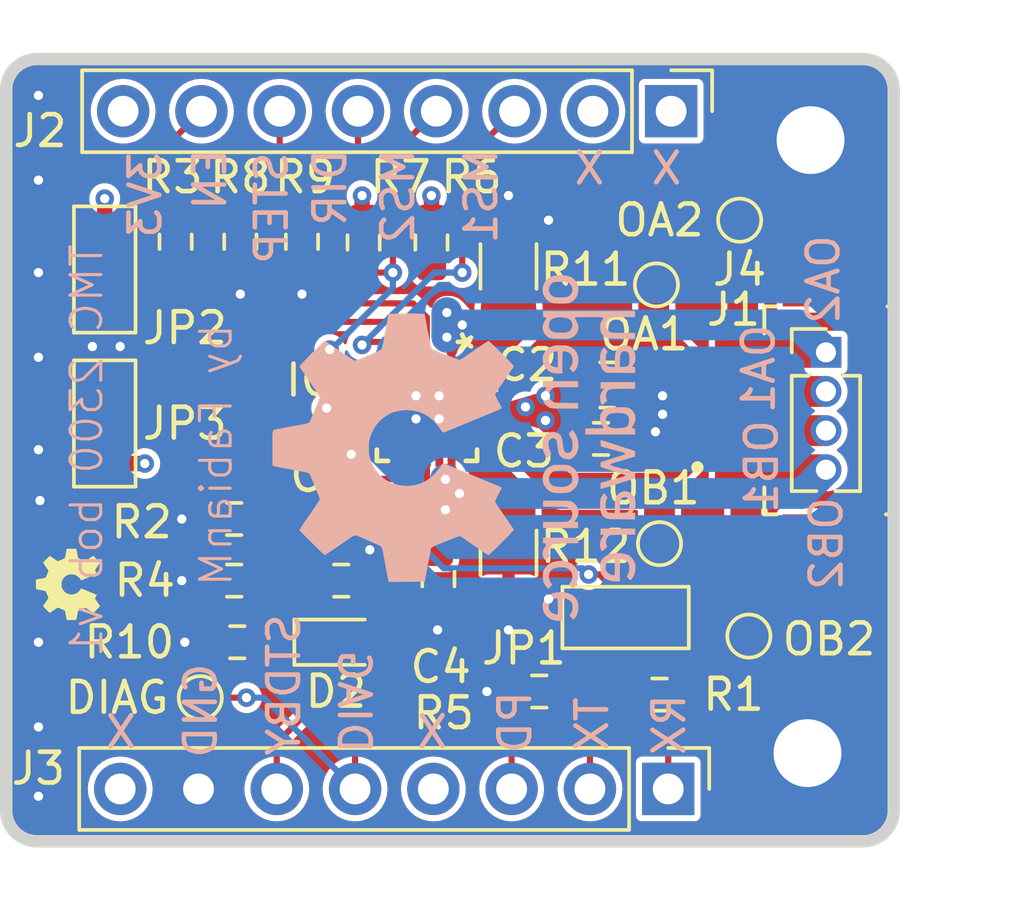
<source format=kicad_pcb>
(kicad_pcb (version 20221018) (generator pcbnew)
  (layers (0 "F.Cu" signal) (1 "In1.Cu" signal) (2 "In2.Cu" signal) (31 "B.Cu" signal) (34 "B.Paste" user) (35 "F.Paste" user) (36 "B.SilkS" user "B.Silkscreen") (37 "F.SilkS" user "F.Silkscreen") (38 "B.Mask" user) (39 "F.Mask" user) (44 "Edge.Cuts" user))
  (net 0 "")
  (net 1 "/STDBY")
  (net 2 "GND")
  (net 3 "+3.3V")
  (net 4 "Net-(IC1-1,8Vout)")
  (net 5 "Net-(D1-K)")
  (net 6 "Net-(D2-K)")
  (net 7 "/DIAG")
  (net 8 "/OA2")
  (net 9 "/OA1")
  (net 10 "/OB1")
  (net 11 "/OB2")
  (net 14 "/MS1\\AD0")
  (net 15 "/MS2\\AD1")
  (net 16 "/DIR")
  (net 17 "/STEP")
  (net 18 "/EN")
  (net 19 "/MODE")
  (net 20 "/PD{slash}UART")
  (net 21 "/SENS B")
  (net 25 "/SENS A")
  (net 26 "/RX")
  (net 27 "/TX")
  (net 28 "/PD")
  (net 29 "Net-(JP2-C)")
  (footprint "Resistor_SMD:R_0603_1608Metric" (layer "F.Cu") (at 157.6475 100.037258)
    (fp_text reference "R1" (at 2.4 0) (layer "F.SilkS"))
    (fp_text value "100k")
    (pad "1" smd roundrect (at -0.825 0) (size 0.8 0.95) (layers "F.Cu" "F.Paste" "F.Mask") (net 27 "/TX"))
    (pad "2" smd roundrect (at 0.825 0) (size 0.8 0.95) (layers "F.Cu" "F.Paste" "F.Mask") (net 26 "/RX"))
  )
  (footprint "TestPoint:TestPoint_Pad_D1.0mm" (layer "F.Cu") (at 160.5475 98.137258)
    (fp_text reference "OB2" (at 2.6 0.1) (layer "F.SilkS"))
    (fp_text value "TestPoint")
    (pad "1" smd circle (at 0 0) (size 1 1) (layers "F.Cu" "F.Mask") (net 11 "/OB2"))
  )
  (footprint "LED_SMD:LED_0603_1608Metric" (layer "F.Cu") (at 147.285 98.337258)
    (fp_text reference "D2" (at -0.1375 1.6) (layer "F.SilkS"))
    (fp_text value "white/0603")
    (pad "1" smd roundrect (at -0.7875 0) (size 0.875 0.95) (layers "F.Cu" "F.Paste" "F.Mask") (net 6 "Net-(D2-K)"))
    (pad "2" smd roundrect (at 0.7875 0) (size 0.875 0.95) (layers "F.Cu" "F.Paste" "F.Mask") (net 7 "/DIAG"))
  )
  (footprint "MountingHole:MountingHole_2.2mm_M2_DIN965_Pad" (layer "F.Cu") (at 162.4475 101.937258)
    (fp_text reference "H2" hide)
    (fp_text value "MountingHole_Pad")
    (pad "1" thru_hole circle (at 0 0) (size 3.8 3.8) (drill 2.2) (layers "*.Cu" "*.Mask") (net 2 "GND"))
  )
  (footprint "Resistor_SMD:R_0603_1608Metric" (layer "F.Cu") (at 143.8475 94.337258)
    (fp_text reference "R2" (at -3 0.1) (layer "F.SilkS"))
    (fp_text value "100k")
    (pad "1" smd roundrect (at -0.825 0) (size 0.8 0.95) (layers "F.Cu" "F.Paste" "F.Mask") (net 2 "GND"))
    (pad "2" smd roundrect (at 0.825 0) (size 0.8 0.95) (layers "F.Cu" "F.Paste" "F.Mask") (net 1 "/STDBY"))
  )
  (footprint "MountingHole:MountingHole_2.2mm_M2_DIN965_Pad" (layer "F.Cu") (at 162.5475 82.037258)
    (fp_text reference "H1" hide)
    (fp_text value "MountingHole_Pad")
    (pad "1" thru_hole circle (at 0 0) (size 3.8 3.8) (drill 2.2) (layers "*.Cu" "*.Mask") (net 2 "GND"))
  )
  (footprint "footprints:QFN20_3x3_TRI" (layer "F.Cu") (at 150.1026 90.824999 -90)
    (fp_text reference "IC1" (at -0.987741 3.3551 unlocked) (layer "F.SilkS"))
    (fp_text value "TMC2300")
    (fp_text user "*" (at -2.237741 -1.5449 90) (layer "F.SilkS"))
    (fp_text user "*" (at -1.787741 -1.7449 -90 unlocked) (layer "F.SilkS"))
    (pad "1" smd rect (at -1.4224 -0.800001) (size 0.254 0.762) (layers "F.Cu" "F.Paste" "F.Mask") (net 8 "/OA2"))
    (pad "2" smd rect (at -1.4224 -0.399999) (size 0.254 0.762) (layers "F.Cu" "F.Paste" "F.Mask"))
    (pad "3" smd rect (at -1.4224 0) (size 0.254 0.762) (layers "F.Cu" "F.Paste" "F.Mask") (net 16 "/DIR"))
    (pad "4" smd rect (at -1.4224 0.399999) (size 0.254 0.762) (layers "F.Cu" "F.Paste" "F.Mask") (net 17 "/STEP"))
    (pad "5" smd rect (at -1.4224 0.800001) (size 0.254 0.762) (layers "F.Cu" "F.Paste" "F.Mask") (net 14 "/MS1\\AD0"))
    (pad "6" smd rect (at -0.800001 1.4224 270) (size 0.254 0.762) (layers "F.Cu" "F.Paste" "F.Mask") (net 15 "/MS2\\AD1"))
    (pad "7" smd rect (at -0.399999 1.4224 270) (size 0.254 0.762) (layers "F.Cu" "F.Paste" "F.Mask") (net 18 "/EN"))
    (pad "8" smd rect (at 0 1.4224 270) (size 0.254 0.762) (layers "F.Cu" "F.Paste" "F.Mask") (net 3 "+3.3V"))
    (pad "9" smd rect (at 0.399999 1.4224 270) (size 0.254 0.762) (layers "F.Cu" "F.Paste" "F.Mask") (net 19 "/MODE"))
    (pad "10" smd rect (at 0.800001 1.4224 270) (size 0.254 0.762) (layers "F.Cu" "F.Paste" "F.Mask") (net 20 "/PD{slash}UART"))
    (pad "11" smd rect (at 1.4224 0.800001) (size 0.254 0.762) (layers "F.Cu" "F.Paste" "F.Mask") (net 1 "/STDBY"))
    (pad "12" smd rect (at 1.4224 0.399999) (size 0.254 0.762) (layers "F.Cu" "F.Paste" "F.Mask") (net 7 "/DIAG"))
    (pad "13" smd rect (at 1.4224 0) (size 0.254 0.762) (layers "F.Cu" "F.Paste" "F.Mask") (net 4 "Net-(IC1-1,8Vout)"))
    (pad "14" smd rect (at 1.4224 -0.399999) (size 0.254 0.762) (layers "F.Cu" "F.Paste" "F.Mask") (net 2 "GND"))
    (pad "15" smd rect (at 1.4224 -0.800001) (size 0.254 0.762) (layers "F.Cu" "F.Paste" "F.Mask") (net 11 "/OB2"))
    (pad "16" smd rect (at 0.800001 -1.4224 270) (size 0.254 0.762) (layers "F.Cu" "F.Paste" "F.Mask") (net 21 "/SENS B"))
    (pad "17" smd rect (at 0.399999 -1.4224 270) (size 0.254 0.762) (layers "F.Cu" "F.Paste" "F.Mask") (net 10 "/OB1"))
    (pad "18" smd rect (at 0 -1.4224 270) (size 0.254 0.762) (layers "F.Cu" "F.Paste" "F.Mask") (net 3 "+3.3V"))
    (pad "19" smd rect (at -0.399999 -1.4224 270) (size 0.254 0.762) (layers "F.Cu" "F.Paste" "F.Mask") (net 9 "/OA1"))
    (pad "20" smd rect (at -0.800001 -1.4224 270) (size 0.254 0.762) (layers "F.Cu" "F.Paste" "F.Mask") (net 25 "/SENS A"))
    (pad "21" smd rect (at 0 0 270) (size 1.7018 1.7018) (layers "F.Cu" "F.Paste" "F.Mask") (net 2 "GND"))
  )
  (footprint "Resistor_SMD:R_0603_1608Metric" (layer "F.Cu") (at 141.9475 85.337258 -90)
    (fp_text reference "R3" (at -2.1 0.1) (layer "F.SilkS"))
    (fp_text value "100k")
    (pad "1" smd roundrect (at -0.825 0 270) (size 0.8 0.95) (layers "F.Cu" "F.Paste" "F.Mask") (net 18 "/EN"))
    (pad "2" smd roundrect (at 0.825 0 270) (size 0.8 0.95) (layers "F.Cu" "F.Paste" "F.Mask") (net 29 "Net-(JP2-C)"))
  )
  (footprint "Resistor_SMD:R_1206_3216Metric" (layer "F.Cu") (at 152.7475 86.137258 90)
    (fp_text reference "R11" (at -0.1 2.5 180) (layer "F.SilkS"))
    (fp_text value "220")
    (pad "1" smd roundrect (at -1.4625 0 90) (size 1.125 1.75) (layers "F.Cu" "F.Paste" "F.Mask") (roundrect_rratio 0.2222222222) (net 25 "/SENS A"))
    (pad "2" smd roundrect (at 1.4625 0 90) (size 1.125 1.75) (layers "F.Cu" "F.Paste" "F.Mask") (roundrect_rratio 0.2222222222) (net 2 "GND"))
  )
  (footprint "Jumper:SolderJumper-3_P1.3mm_Open_Pad1.0x1.5mm_NumberLabels" (layer "F.Cu") (at 139.6475 91.237258 -90)
    (fp_text reference "JP3" (at 0 -2.6 -180) (layer "F.SilkS"))
    (fp_text value "SolderJumper_3_Open")
    (pad "1" smd rect (at -1.3 0 270) (size 1 1.5) (layers "F.Cu" "F.Mask") (net 2 "GND"))
    (pad "2" smd rect (at 0 0 270) (size 1 1.5) (layers "F.Cu" "F.Mask") (net 19 "/MODE"))
    (pad "3" smd rect (at 1.3 0 270) (size 1 1.5) (layers "F.Cu" "F.Mask") (net 3 "+3.3V"))
  )
  (footprint "Resistor_SMD:R_0603_1608Metric" (layer "F.Cu") (at 153.7475 99.937258)
    (fp_text reference "R5" (at -3.1 0.7 180) (layer "F.SilkS"))
    (fp_text value "100k")
    (pad "1" smd roundrect (at -0.825 0) (size 0.8 0.95) (layers "F.Cu" "F.Paste" "F.Mask") (net 2 "GND"))
    (pad "2" smd roundrect (at 0.825 0) (size 0.8 0.95) (layers "F.Cu" "F.Paste" "F.Mask") (net 28 "/PD"))
  )
  (footprint "LOGO" (layer "F.Cu") (at 138.4475 96.437258 90)
    (fp_text reference "G***" hide)
    (fp_text value "LOGO" hide)
  )
  (footprint "TestPoint:TestPoint_Pad_D1.0mm" (layer "F.Cu") (at 157.6475 95.137258)
    (fp_text reference "OB1" (at -0.2 -1.8) (layer "F.SilkS"))
    (fp_text value "TestPoint")
    (pad "1" smd circle (at 0 0) (size 1 1) (layers "F.Cu" "F.Mask") (net 10 "/OB1"))
  )
  (footprint "Resistor_SMD:R_0603_1608Metric" (layer "F.Cu") (at 146.0475 85.337258 -90)
    (fp_text reference "R9" (at -2.1 -0.1 -180) (layer "F.SilkS"))
    (fp_text value "100k")
    (pad "1" smd roundrect (at -0.825 0 270) (size 0.8 0.95) (layers "F.Cu" "F.Paste" "F.Mask") (net 16 "/DIR"))
    (pad "2" smd roundrect (at 0.825 0 270) (size 0.8 0.95) (layers "F.Cu" "F.Paste" "F.Mask") (net 2 "GND"))
  )
  (footprint "Connector_PinHeader_2.54mm:PinHeader_1x08_P2.54mm_Vertical" (layer "F.Cu") (at 157.93 103.1 -90)
    (fp_text reference "J3" (at -0.662742 20.4325 -180) (layer "F.SilkS"))
    (fp_text value "Conn_01x08_Pin")
    (pad "1" thru_hole rect (at 0 0 270) (size 1.7 1.7) (drill 1) (layers "*.Cu" "*.Mask") (net 26 "/RX"))
    (pad "2" thru_hole oval (at 0 2.54 270) (size 1.7 1.7) (drill 1) (layers "*.Cu" "*.Mask") (net 27 "/TX"))
    (pad "3" thru_hole oval (at 0 5.08 270) (size 1.7 1.7) (drill 1) (layers "*.Cu" "*.Mask") (net 28 "/PD"))
    (pad "4" thru_hole oval (at 0 7.62 270) (size 1.7 1.7) (drill 1) (layers "*.Cu" "*.Mask"))
    (pad "5" thru_hole oval (at 0 10.16 270) (size 1.7 1.7) (drill 1) (layers "*.Cu" "*.Mask") (net 7 "/DIAG"))
    (pad "6" thru_hole oval (at 0 12.7 270) (size 1.7 1.7) (drill 1) (layers "*.Cu" "*.Mask") (net 1 "/STDBY"))
    (pad "7" thru_hole oval (at 0 15.24 270) (size 1.7 1.7) (drill 1) (layers "*.Cu" "*.Mask") (net 2 "GND"))
    (pad "8" thru_hole oval (at 0 17.78 270) (size 1.7 1.7) (drill 1) (layers "*.Cu" "*.Mask"))
  )
  (footprint "Resistor_SMD:R_0603_1608Metric" (layer "F.Cu") (at 143.8475 96.337258)
    (fp_text reference "R4" (at -2.9 0 180) (layer "F.SilkS"))
    (fp_text value "100k")
    (pad "1" smd roundrect (at -0.825 0) (size 0.8 0.95) (layers "F.Cu" "F.Paste" "F.Mask") (net 2 "GND"))
    (pad "2" smd roundrect (at 0.825 0) (size 0.8 0.95) (layers "F.Cu" "F.Paste" "F.Mask") (net 5 "Net-(D1-K)"))
  )
  (footprint "Resistor_SMD:R_0603_1608Metric" (layer "F.Cu") (at 144.0475 85.337258 -90)
    (fp_text reference "R8" (at -2.1 0 -180) (layer "F.SilkS"))
    (fp_text value "100k")
    (pad "1" smd roundrect (at -0.825 0 270) (size 0.8 0.95) (layers "F.Cu" "F.Paste" "F.Mask") (net 17 "/STEP"))
    (pad "2" smd roundrect (at 0.825 0 270) (size 0.8 0.95) (layers "F.Cu" "F.Paste" "F.Mask") (net 2 "GND"))
  )
  (footprint "Resistor_SMD:R_0603_1608Metric" (layer "F.Cu") (at 148.0475 85.362258 90)
    (fp_text reference "R7" (at 2.125 1.2) (layer "F.SilkS"))
    (fp_text value "100k")
    (pad "1" smd roundrect (at -0.825 0 90) (size 0.8 0.95) (layers "F.Cu" "F.Paste" "F.Mask") (net 15 "/MS2\\AD1"))
    (pad "2" smd roundrect (at 0.825 0 90) (size 0.8 0.95) (layers "F.Cu" "F.Paste" "F.Mask") (net 3 "+3.3V"))
  )
  (footprint "Resistor_SMD:R_1206_3216Metric" (layer "F.Cu") (at 152.7475 95.437258 -90)
    (fp_text reference "R12" (at -0.2 -2.5 -180) (layer "F.SilkS"))
    (fp_text value "220")
    (pad "1" smd roundrect (at -1.4625 0 270) (size 1.125 1.75) (layers "F.Cu" "F.Paste" "F.Mask") (roundrect_rratio 0.2222222222) (net 21 "/SENS B"))
    (pad "2" smd roundrect (at 1.4625 0 270) (size 1.125 1.75) (layers "F.Cu" "F.Paste" "F.Mask") (roundrect_rratio 0.2222222222) (net 2 "GND"))
  )
  (footprint "Resistor_SMD:R_0603_1608Metric" (layer "F.Cu") (at 150.4725 96.287258 -90)
    (fp_text reference "C4" (at 2.85 -0.075 -180) (layer "F.SilkS"))
    (fp_text value "100n")
    (pad "1" smd roundrect (at -0.825 0 270) (size 0.8 0.95) (layers "F.Cu" "F.Paste" "F.Mask") (net 4 "Net-(IC1-1,8Vout)"))
    (pad "2" smd roundrect (at 0.825 0 270) (size 0.8 0.95) (layers "F.Cu" "F.Paste" "F.Mask") (net 2 "GND"))
  )
  (footprint "Resistor_SMD:R_0603_1608Metric" (layer "F.Cu") (at 147.3225 96.337258)
    (fp_text reference "D1" (at 2.325 -2.2) (layer "F.SilkS"))
    (fp_text value "0603/LED")
    (pad "1" smd roundrect (at -0.825 0) (size 0.8 0.95) (layers "F.Cu" "F.Paste" "F.Mask") (net 5 "Net-(D1-K)"))
    (pad "2" smd roundrect (at 0.825 0) (size 0.8 0.95) (layers "F.Cu" "F.Paste" "F.Mask") (net 1 "/STDBY"))
  )
  (footprint "Connector_PinHeader_1.27mm:PinHeader_1x04_P1.27mm_Vertical" (layer "F.Cu") (at 163.0475 88.927258)
    (fp_text reference "J1" (at -3 -1.39) (layer "F.SilkS"))
    (fp_text value "Conn_01x04_Pin")
    (pad "1" thru_hole rect (at 0 0) (size 1 1) (drill 0.65) (layers "*.Cu" "*.Mask") (net 8 "/OA2"))
    (pad "2" thru_hole oval (at 0 1.27) (size 1 1) (drill 0.65) (layers "*.Cu" "*.Mask") (net 9 "/OA1"))
    (pad "3" thru_hole oval (at 0 2.54) (size 1 1) (drill 0.65) (layers "*.Cu" "*.Mask") (net 10 "/OB1"))
    (pad "4" thru_hole oval (at 0 3.81) (size 1 1) (drill 0.65) (layers "*.Cu" "*.Mask") (net 11 "/OB2"))
  )
  (footprint "Resistor_SMD:R_0603_1608Metric" (layer "F.Cu") (at 150.2475 85.362258 90)
    (fp_text reference "R6" (at 2.125 1.3) (layer "F.SilkS"))
    (fp_text value "100k")
    (pad "1" smd roundrect (at -0.825 0 90) (size 0.8 0.95) (layers "F.Cu" "F.Paste" "F.Mask") (net 14 "/MS1\\AD0"))
    (pad "2" smd roundrect (at 0.825 0 90) (size 0.8 0.95) (layers "F.Cu" "F.Paste" "F.Mask") (net 3 "+3.3V"))
  )
  (footprint "Jumper:SolderJumper-3_P1.3mm_Open_Pad1.0x1.5mm_NumberLabels" (layer "F.Cu") (at 139.6475 86.237258 -90)
    (fp_text reference "JP2" (at 1.9 -2.6 -180) (layer "F.SilkS"))
    (fp_text value "SolderJumper_3_Open")
    (pad "1" smd rect (at -1.3 0 270) (size 1 1.5) (layers "F.Cu" "F.Mask") (net 3 "+3.3V"))
    (pad "2" smd rect (at 0 0 270) (size 1 1.5) (layers "F.Cu" "F.Mask") (net 29 "Net-(JP2-C)"))
    (pad "3" smd rect (at 1.3 0 270) (size 1 1.5) (layers "F.Cu" "F.Mask") (net 2 "GND"))
  )
  (footprint "Connector_PinHeader_2.54mm:PinHeader_1x08_P2.54mm_Vertical" (layer "F.Cu") (at 158.025 81.1 -90)
    (fp_text reference "J2" (at 0.637258 20.4775 -180) (layer "F.SilkS"))
    (fp_text value "Conn_01x08_Pin")
    (pad "1" thru_hole rect (at 0 0 270) (size 1.7 1.7) (drill 1) (layers "*.Cu" "*.Mask"))
    (pad "2" thru_hole oval (at 0 2.54 270) (size 1.7 1.7) (drill 1) (layers "*.Cu" "*.Mask"))
    (pad "3" thru_hole oval (at 0 5.08 270) (size 1.7 1.7) (drill 1) (layers "*.Cu" "*.Mask") (net 14 "/MS1\\AD0"))
    (pad "4" thru_hole oval (at 0 7.62 270) (size 1.7 1.7) (drill 1) (layers "*.Cu" "*.Mask") (net 15 "/MS2\\AD1"))
    (pad "5" thru_hole oval (at 0 10.16 270) (size 1.7 1.7) (drill 1) (layers "*.Cu" "*.Mask") (net 16 "/DIR"))
    (pad "6" thru_hole oval (at 0 12.7 270) (size 1.7 1.7) (drill 1) (layers "*.Cu" "*.Mask") (net 17 "/STEP"))
    (pad "7" thru_hole oval (at 0 15.24 270) (size 1.7 1.7) (drill 1) (layers "*.Cu" "*.Mask") (net 18 "/EN"))
    (pad "8" thru_hole oval (at 0 17.78 270) (size 1.7 1.7) (drill 1) (layers "*.Cu" "*.Mask") (net 3 "+3.3V"))
  )
  (footprint "Resistor_SMD:R_0603_1608Metric" (layer "F.Cu") (at 147.3225 94.337258)
    (fp_text reference "C1" (at -0.675 -1.4) (layer "F.SilkS"))
    (fp_text value "100n")
    (pad "1" smd roundrect (at -0.825 0) (size 0.8 0.95) (layers "F.Cu" "F.Paste" "F.Mask") (net 1 "/STDBY"))
    (pad "2" smd roundrect (at 0.825 0) (size 0.8 0.95) (layers "F.Cu" "F.Paste" "F.Mask") (net 2 "GND"))
  )
  (footprint "TestPoint:TestPoint_Pad_D1.0mm" (layer "F.Cu") (at 160.2475 84.637258)
    (fp_text reference "OA2" (at -2.6 0) (layer "F.SilkS"))
    (fp_text value "TestPoint")
    (pad "1" smd circle (at 0 0) (size 1 1) (layers "F.Cu" "F.Mask") (net 8 "/OA2"))
  )
  (footprint "Jumper:SolderJumper-3_P1.3mm_Open_Pad1.0x1.5mm_NumberLabels" (layer "F.Cu") (at 156.5475 97.537258)
    (fp_text reference "JP1" (at -3.3 1) (layer "F.SilkS"))
    (fp_text value "SolderJumper_3_Open")
    (pad "1" smd rect (at -1.3 0) (size 1 1.5) (layers "F.Cu" "F.Mask") (net 28 "/PD"))
    (pad "2" smd rect (at 0 0) (size 1 1.5) (layers "F.Cu" "F.Mask") (net 20 "/PD{slash}UART"))
    (pad "3" smd rect (at 1.3 0) (size 1 1.5) (layers "F.Cu" "F.Mask") (net 26 "/RX"))
  )
  (footprint "TestPoint:TestPoint_Pad_D1.0mm" (layer "F.Cu") (at 142.7475 100.137258)
    (fp_text reference "DIAG" (at -2.7 0) (layer "F.SilkS"))
    (fp_text value "TestPoint")
    (pad "1" smd circle (at 0 0) (size 1 1) (layers "F.Cu" "F.Mask") (net 7 "/DIAG"))
  )
  (footprint "connector:MOLEX_53261-0471" (layer "F.Cu") (at 160.2475 90.812258 90)
    (fp_text reference "J4" (at 4.575 0 180) (layer "F.SilkS") (effects (font (size 1.001472 1.001472))))
    (fp_text value "53261-0471")
    (pad "1" smd rect (at -1.875 0) (size 1.6 0.8) (layers "F.Cu" "F.Paste" "F.Mask") (net 11 "/OB2"))
    (pad "2" smd rect (at -0.625 0 180) (size 1.6 0.8) (layers "F.Cu" "F.Paste" "F.Mask") (net 10 "/OB1"))
    (pad "3" smd rect (at 0.625 0) (size 1.6 0.8) (layers "F.Cu" "F.Paste" "F.Mask") (net 9 "/OA1"))
    (pad "4" smd rect (at 1.875 0) (size 1.6 0.8) (layers "F.Cu" "F.Paste" "F.Mask") (net 8 "/OA2"))
    (pad "SH1" smd rect (at -4.425 2.9 180) (size 3 2.1) (layers "F.Cu" "F.Paste" "F.Mask") (net 2 "GND"))
    (pad "SH2" smd rect (at 4.425 2.9 180) (size 3 2.1) (layers "F.Cu" "F.Paste" "F.Mask") (net 2 "GND"))
  )
  (footprint "Resistor_SMD:R_0805_2012Metric" (layer "F.Cu") (at 155.9475 89.987258)
    (fp_text reference "C2" (at -2.6 -0.65) (layer "F.SilkS"))
    (fp_text value "10u")
    (pad "1" smd roundrect (at -0.9125 0) (size 1.025 1.4) (layers "F.Cu" "F.Paste" "F.Mask") (roundrect_rratio 0.243902439) (net 3 "+3.3V"))
    (pad "2" smd roundrect (at 0.9125 0) (size 1.025 1.4) (layers "F.Cu" "F.Paste" "F.Mask") (roundrect_rratio 0.243902439) (net 2 "GND"))
  )
  (footprint "Resistor_SMD:R_0603_1608Metric" (layer "F.Cu") (at 155.7475 91.737258)
    (fp_text reference "C3" (at -2.5 0.4) (layer "F.SilkS"))
    (fp_text value "100n")
    (pad "1" smd roundrect (at -0.825 0) (size 0.8 0.95) (layers "F.Cu" "F.Paste" "F.Mask") (net 3 "+3.3V"))
    (pad "2" smd roundrect (at 0.825 0) (size 0.8 0.95) (layers "F.Cu" "F.Paste" "F.Mask") (net 2 "GND"))
  )
  (footprint "TestPoint:TestPoint_Pad_D1.0mm" (layer "F.Cu") (at 157.5475 86.737258)
    (fp_text reference "OA1" (at -0.4 1.6) (layer "F.SilkS"))
    (fp_text value "TestPoint")
    (pad "1" smd circle (at 0 0) (size 1 1) (layers "F.Cu" "F.Mask") (net 9 "/OA1"))
  )
  (footprint "Resistor_SMD:R_0603_1608Metric" (layer "F.Cu") (at 143.9475 98.337258 180)
    (fp_text reference "R10" (at 3.5 0) (layer "F.SilkS"))
    (fp_text value "220")
    (pad "1" smd roundrect (at -0.825 0 180) (size 0.8 0.95) (layers "F.Cu" "F.Paste" "F.Mask") (net 6 "Net-(D2-K)"))
    (pad "2" smd roundrect (at 0.825 0 180) (size 0.8 0.95) (layers "F.Cu" "F.Paste" "F.Mask") (net 2 "GND"))
  )
  (footprint "LOGO" (layer "B.Cu") (at 150.9475 92.337258 -90)
    (fp_text reference "G***" hide)
    (fp_text value "LOGO" hide)
  )
  (gr_arc (start 137.45 104.8) (mid 136.742893 104.507107) (end 136.45 103.8) (stroke (width 0.4)) (layer "Edge.Cuts"))
  (gr_arc (start 164.2475 79.405) (mid 164.954607 79.697893) (end 165.2475 80.405) (stroke (width 0.4)) (layer "Edge.Cuts"))
  (gr_arc (start 165.2475 103.8) (mid 164.954607 104.507107) (end 164.2475 104.8) (stroke (width 0.4)) (layer "Edge.Cuts"))
  (gr_line (start 165.2475 103.8) (end 165.2475 80.405) (stroke (width 0.4)) (layer "Edge.Cuts"))
  (gr_line (start 136.45 80.405) (end 136.45 103.8) (stroke (width 0.4)) (layer "Edge.Cuts"))
  (gr_line (start 137.45 104.8) (end 164.2475 104.8) (stroke (width 0.4)) (layer "Edge.Cuts"))
  (gr_line (start 164.2475 79.405) (end 137.45 79.405) (stroke (width 0.4)) (layer "Edge.Cuts"))
  (gr_arc (start 136.45 80.405) (mid 136.742893 79.697893) (end 137.45 79.405) (stroke (width 0.4)) (layer "Edge.Cuts"))
  (gr_text "MS2" (at 149.7475 82.237258 90) (layer "B.SilkS") (effects (font (size 1 1)) (justify left bottom mirror)))
  (gr_text "OA1" (at 161.4475 87.937258 90) (layer "B.SilkS") (effects (font (size 1 1)) (justify left bottom mirror)))
  (gr_text "OB1" (at 161.5475 91.037258 90) (layer "B.SilkS") (effects (font (size 1 1)) (justify left bottom mirror)))
  (gr_text "X" (at 158.4475 83.537258) (layer "B.SilkS") (effects (font (size 1 1)) (justify left bottom mirror)))
  (gr_text "OB2" (at 163.6475 93.537258 90) (layer "B.SilkS") (effects (font (size 1 1)) (justify left bottom mirror)))
  (gr_text "DIR" (at 147.5475 82.237258 90) (layer "B.SilkS") (effects (font (size 1 1)) (justify left bottom mirror)))
  (gr_text "TX" (at 156.0475 100.037258 90) (layer "B.SilkS") (effects (font (size 1 1)) (justify left bottom mirror)))
  (gr_text "RX" (at 158.5475 99.937258 90) (layer "B.SilkS") (effects (font (size 1 1)) (justify left bottom mirror)))
  (gr_text "STDBY" (at 146.0475 97.337258 90) (layer "B.SilkS") (effects (font (size 1 1)) (justify left bottom mirror)))
  (gr_text "X" (at 155.9475 83.537258) (layer "B.SilkS") (effects (font (size 1 1)) (justify left bottom mirror)))
  (gr_text "X" (at 150.8475 101.837258) (layer "B.SilkS") (effects (font (size 1 1)) (justify left bottom mirror)))
  (gr_text "TMC 2300 bob v1" (at 139.6475 85.337258 90) (layer "B.SilkS") (effects (font (size 1 1) (thickness 0.1)) (justify left bottom mirror)))
  (gr_text "EN" (at 143.6475 82.237258 90) (layer "B.SilkS") (effects (font (size 1 1)) (justify left bottom mirror)))
  (gr_text "MS1" (at 152.4475 82.237258 90) (layer "B.SilkS") (effects (font (size 1 1)) (justify left bottom mirror)))
  (gr_text "DIAG" (at 147.1475 102.037258 -90) (layer "B.SilkS") (effects (font (size 1 1)) (justify left bottom mirror)))
  (gr_text "PD" (at 153.5475 99.837258 90) (layer "B.SilkS") (effects (font (size 1 1)) (justify left bottom mirror)))
  (gr_text "X" (at 140.7475 101.837258) (layer "B.SilkS") (effects (font (size 1 1)) (justify left bottom mirror)))
  (gr_text "OA2" (at 163.5475 85.037258 90) (layer "B.SilkS") (effects (font (size 1 1)) (justify left bottom mirror)))
  (gr_text "GND\n" (at 143.3475 98.937258 90) (layer "B.SilkS") (effects (font (size 1 1)) (justify left bottom mirror)))
  (gr_text "by FabianM" (at 143.8475 87.937258 90) (layer "B.SilkS") (effects (font (size 1 1) (thickness 0.1)) (justify left bottom mirror)))
  (gr_text "3V3" (at 141.5475 82.337258 90) (layer "B.SilkS") (effects (font (size 1 1)) (justify left bottom mirror)))
  (gr_text "STEP" (at 145.6475 82.337258 90) (layer "B.SilkS") (effects (font (size 1 1)) (justify left bottom mirror)))
  (segment (start 145.23 101.604758) (end 145.23 103.1) (width 0.2) (layer "F.Cu") (net 1))
  (segment (start 149.2475 93.037258) (end 147.2475 93.037258) (width 0.2) (layer "F.Cu") (net 1))
  (segment (start 147.2475 97.237258) (end 147.2475 99.587258) (width 0.2) (layer "F.Cu") (net 1))
  (segment (start 148.1475 96.137258) (end 148.1475 96.337258) (width 0.2) (layer "F.Cu") (net 1))
  (segment (start 146.4975 94.337258) (end 144.6725 94.337258) (width 0.5) (layer "F.Cu") (net 1))
  (segment (start 148.1475 96.337258) (end 147.2475 97.237258) (width 0.2) (layer "F.Cu") (net 1))
  (segment (start 149.302599 92.247399) (end 149.302599 92.982159) (width 0.2) (layer "F.Cu") (net 1))
  (segment (start 147.2475 99.587258) (end 145.23 101.604758) (width 0.2) (layer "F.Cu") (net 1))
  (segment (start 146.55 94.539758) (end 148.1475 96.137258) (width 0.2) (layer "F.Cu") (net 1))
  (segment (start 146.55 93.734758) (end 146.55 94.539758) (width 0.2) (layer "F.Cu") (net 1))
  (segment (start 149.302599 92.982159) (end 149.2475 93.037258) (width 0.2) (layer "F.Cu") (net 1))
  (segment (start 147.2475 93.037258) (end 146.55 93.734758) (width 0.2) (layer "F.Cu") (net 1))
  (segment (start 150.502599 92.247399) (end 150.502599 91.092357) (width 0.2) (layer "F.Cu") (net 2))
  (segment (start 150.502599 91.092357) (end 150.4975 91.087258) (width 0.2) (layer "F.Cu") (net 2))
  (via (at 144.0475 87.037258) (size 0.6) (drill 0.3) (layers "F.Cu" "B.Cu") (net 2))
  (via (at 154.0475 84.637258) (size 0.6) (drill 0.3) (layers "F.Cu" "B.Cu") (net 2))
  (via (at 137.5475 93.737258) (size 0.6) (drill 0.3) (layers "F.Cu" "B.Cu") (net 2))
  (via (at 152.7475 83.837258) (size 0.6) (drill 0.3) (layers "F.Cu" "B.Cu") (net 2))
  (via (at 157.7475 90.337258) (size 0.6) (drill 0.3) (layers "F.Cu" "B.Cu") (net 2))
  (via (at 149.7475 91.087258) (size 0.6) (drill 0.3) (layers "F.Cu" "B.Cu") (net 2))
  (via (at 152.0475 99.937258) (size 0.6) (drill 0.3) (layers "F.Cu" "B.Cu") (net 2))
  (via (at 137.4975 80.587258) (size 0.6) (drill 0.3) (layers "F.Cu" "B.Cu") (net 2))
  (via (at 137.4975 83.337258) (size 0.6) (drill 0.3) (layers "F.Cu" "B.Cu") (net 2))
  (via (at 142.2475 98.337258) (size 0.6) (drill 0.3) (layers "F.Cu" "B.Cu") (net 2))
  (via (at 157.515746 91.505504) (size 0.6) (drill 0.3) (layers "F.Cu" "B.Cu") (net 2))
  (via (at 157.7475 90.937258) (size 0.6) (drill 0.3) (layers "F.Cu" "B.Cu") (net 2))
  (via (at 154.0475 96.937258) (size 0.6) (drill 0.3) (layers "F.Cu" "B.Cu") (net 2))
  (via (at 152.7475 97.937258) (size 0.6) (drill 0.3) (layers "F.Cu" "B.Cu") (net 2))
  (via (at 142.1475 94.337258) (size 0.6) (drill 0.3) (layers "F.Cu" "B.Cu") (net 2))
  (via (at 146.0475 87.037258) (size 0.6) (drill 0.3) (layers "F.Cu" "B.Cu") (net 2))
  (via (at 140.1475 88.737258) (size 0.6) (drill 0.3) (layers "F.Cu" "B.Cu") (net 2))
  (via (at 150.4475 97.937258) (size 0.6) (drill 0.3) (layers "F.Cu" "B.Cu") (net 2))
  (via (at 137.4975 103.337258) (size 0.6) (drill 0.3) (layers "F.Cu" "B.Cu") (net 2))
  (via (at 137.4975 98.337258) (size 0.6) (drill 0.3) (layers "F.Cu" "B.Cu") (net 2))
  (via (at 149.7475 90.337258) (size 0.6) (drill 0.3) (layers "F.Cu" "B.Cu") (net 2))
  (via (at 148.2475 95.337258) (size 0.6) (drill 0.3) (layers "F.Cu" "B.Cu") (net 2))
  (via (at 137.4975 101.087258) (size 0.6) (drill 0.3) (layers "F.Cu" "B.Cu") (net 2))
  (via (at 137.4975 92.087258) (size 0.6) (drill 0.3) (layers "F.Cu" "B.Cu") (net 2))
  (via (at 142.1475 96.337258) (size 0.6) (drill 0.3) (layers "F.Cu" "B.Cu") (net 2))
  (via (at 137.4975 86.337258) (size 0.6) (drill 0.3) (layers "F.Cu" "B.Cu") (net 2))
  (via (at 139.2475 88.737258) (size 0.6) (drill 0.3) (layers "F.Cu" "B.Cu") (net 2))
  (via (at 137.4975 89.087258) (size 0.6) (drill 0.3) (layers "F.Cu" "B.Cu") (net 2))
  (via (at 150.4975 91.087258) (size 0.6) (drill 0.3) (layers "F.Cu" "B.Cu") (net 2))
  (via (at 150.4975 90.337258) (size 0.6) (drill 0.3) (layers "F.Cu" "B.Cu") (net 2))
  (segment (start 146.8475 90.737258) (end 146.935241 90.824999) (width 0.2) (layer "F.Cu") (net 3))
  (segment (start 146.935241 90.824999) (end 148.6802 90.824999) (width 0.2) (layer "F.Cu") (net 3))
  (segment (start 153.5776 90.8224) (end 153.6 90.8) (width 0.2) (layer "F.Cu") (net 3))
  (segment (start 147.9975 84.712258) (end 147.9975 83.837258) (width 0.5) (layer "F.Cu") (net 3))
  (segment (start 151.522399 90.8224) (end 153.5776 90.8224) (width 0.2) (layer "F.Cu") (net 3))
  (segment (start 139.6475 92.537258) (end 140.9475 92.537258) (width 0.5) (layer "F.Cu") (net 3))
  (segment (start 139.6475 84.937258) (end 139.6475 83.937258) (width 0.5) (layer "F.Cu") (net 3))
  (segment (start 150.2475 84.737258) (end 150.2475 83.837258) (width 0.5) (layer "F.Cu") (net 3))
  (via (at 153.9475 90.337258) (size 0.6) (drill 0.3) (layers "F.Cu" "B.Cu") (net 3))
  (via (at 146.8475 90.737258) (size 0.6) (drill 0.3) (layers "F.Cu" "B.Cu") (net 3))
  (via (at 147.9975 83.837258) (size 0.6) (drill 0.3) (layers "F.Cu" "B.Cu") (net 3))
  (via (at 150.2475 83.837258) (size 0.6) (drill 0.3) (layers "F.Cu" "B.Cu") (net 3))
  (via (at 153.9475 91.137258) (size 0.6) (drill 0.3) (layers "F.Cu" "B.Cu") (net 3))
  (via (at 139.6475 83.937258) (size 0.6) (drill 0.3) (layers "F.Cu" "B.Cu") (net 3))
  (via (at 140.9475 92.537258) (size 0.6) (drill 0.3) (layers "F.Cu" "B.Cu") (net 3))
  (via (at 153.3 90.7) (size 0.6) (drill 0.3) (layers "F.Cu" "B.Cu") (net 3))
  (segment (start 150.1 94.875) (end 150.1 92.225) (width 0.2) (layer "F.Cu") (net 4))
  (segment (start 150.45 95.225) (end 150.1 94.875) (width 0.2) (layer "F.Cu") (net 4))
  (segment (start 144.7475 96.337258) (end 146.4975 96.337258) (width 0.5) (layer "F.Cu") (net 5))
  (segment (start 144.862258 98.337258) (end 144.775 98.25) (width 0.5) (layer "F.Cu") (net 6))
  (segment (start 146.487742 98.337258) (end 144.862258 98.337258) (width 0.5) (layer "F.Cu") (net 6))
  (segment (start 146.575 98.25) (end 146.487742 98.337258) (width 0.5) (layer "F.Cu") (net 6))
  (segment (start 149.7 94.175) (end 149.2 94.675) (width 0.2) (layer "F.Cu") (net 7))
  (segment (start 144.2475 100.137258) (end 142.7475 100.137258) (width 0.2) (layer "F.Cu") (net 7))
  (segment (start 149.7 92.2448) (end 149.7 94.175) (width 0.2) (layer "F.Cu") (net 7))
  (segment (start 147.77 101.855) (end 147.77 103.1) (width 0.2) (layer "F.Cu") (net 7))
  (segment (start 149.2 100.425) (end 147.77 101.855) (width 0.2) (layer "F.Cu") (net 7))
  (segment (start 149.2 96) (end 149.2 98.337258) (width 0.2) (layer "F.Cu") (net 7))
  (segment (start 149.2 98.337258) (end 149.2 100.425) (width 0.2) (layer "F.Cu") (net 7))
  (segment (start 149.2 94.675) (end 149.2 96) (width 0.2) (layer "F.Cu") (net 7))
  (segment (start 148.0725 98.337258) (end 149.2 98.337258) (width 0.2) (layer "F.Cu") (net 7))
  (via (at 144.2475 100.137258) (size 0.6) (drill 0.3) (layers "F.Cu" "B.Cu") (net 7))
  (segment (start 144.807258 100.137258) (end 147.77 103.1) (width 0.2) (layer "B.Cu") (net 7))
  (segment (start 144.2475 100.137258) (end 144.807258 100.137258) (width 0.2) (layer "B.Cu") (net 7))
  (segment (start 163.0475 88.927258) (end 160.3875 88.927258) (width 1) (layer "F.Cu") (net 8))
  (segment (start 160.3475 88.887258) (end 160.3475 84.737258) (width 1) (layer "F.Cu") (net 8))
  (segment (start 160.3875 88.927258) (end 160.3475 88.887258) (width 1) (layer "F.Cu") (net 8))
  (segment (start 160.3475 84.737258) (end 160.2475 84.637258) (width 1) (layer "F.Cu") (net 8))
  (via (at 150.7475 88.437258) (size 0.6) (drill 0.3) (layers "F.Cu" "B.Cu") (net 8))
  (via (at 150.7475 87.637258) (size 0.6) (drill 0.3) (layers "F.Cu" "B.Cu") (net 8))
  (via (at 151.2475 88.037258) (size 0.6) (drill 0.3) (layers "F.Cu" "B.Cu") (net 8))
  (segment (start 162.1575 88.037258) (end 163.0475 88.927258) (width 1) (layer "B.Cu") (net 8))
  (segment (start 150.7475 87.637258) (end 150.7475 88.437258) (width 1) (layer "B.Cu") (net 8))
  (segment (start 151.2475 88.037258) (end 162.1575 88.037258) (width 1) (layer "B.Cu") (net 8))
  (segment (start 158.504607 89.680151) (end 158.504607 89.344365) (width 1) (layer "F.Cu") (net 9))
  (segment (start 154.625 88.3) (end 154.05 88.875) (width 1) (layer "F.Cu") (net 9))
  (segment (start 160.45 90.16) (end 158.984456 90.16) (width 1) (layer "F.Cu") (net 9))
  (segment (start 157.460242 88.3) (end 154.625 88.3) (width 1) (layer "F.Cu") (net 9))
  (segment (start 163.0475 90.197258) (end 160.4075 90.197258) (width 1) (layer "F.Cu") (net 9))
  (segment (start 157.460242 86.824516) (end 157.460242 88.3) (width 1) (layer "F.Cu") (net 9))
  (segment (start 158.984456 90.16) (end 158.504607 89.680151) (width 1) (layer "F.Cu") (net 9))
  (segment (start 158.504607 89.344365) (end 157.460242 88.3) (width 1) (layer "F.Cu") (net 9))
  (segment (start 160.4075 90.197258) (end 160.3475 90.137258) (width 1) (layer "F.Cu") (net 9))
  (segment (start 157.5475 86.737258) (end 157.460242 86.824516) (width 1) (layer "F.Cu") (net 9))
  (segment (start 154.4975 93.337258) (end 153.2475 92.087258) (width 1) (layer "F.Cu") (net 10))
  (segment (start 158.5475 91.837258) (end 158.5475 92.287258) (width 1) (layer "F.Cu") (net 10))
  (segment (start 163.0475 91.467258) (end 160.4275 91.467258) (width 1) (layer "F.Cu") (net 10))
  (segment (start 160.4275 91.467258) (end 160.3475 91.387258) (width 1) (layer "F.Cu") (net 10))
  (segment (start 155.4975 93.337258) (end 154.4975 93.337258) (width 1) (layer "F.Cu") (net 10))
  (segment (start 156.8475 93.337258) (end 155.4975 93.337258) (width 1) (layer "F.Cu") (net 10))
  (segment (start 157.6475 93.487258) (end 157.4975 93.337258) (width 1) (layer "F.Cu") (net 10))
  (segment (start 157.6475 95.137258) (end 157.6475 93.487258) (width 1) (layer "F.Cu") (net 10))
  (segment (start 158.9975 91.387258) (end 158.5475 91.837258) (width 1) (layer "F.Cu") (net 10))
  (segment (start 157.4975 93.337258) (end 156.8475 93.337258) (width 1) (layer "F.Cu") (net 10))
  (segment (start 160.3475 91.387258) (end 158.9975 91.387258) (width 1) (layer "F.Cu") (net 10))
  (segment (start 158.5475 92.287258) (end 157.4975 93.337258) (width 1) (layer "F.Cu") (net 10))
  (segment (start 160.45 92.739758) (end 160.45 97.839758) (width 1) (layer "F.Cu") (net 11))
  (segment (start 163.0475 92.737258) (end 160.4475 92.737258) (width 1) (layer "F.Cu") (net 11))
  (segment (start 160.4475 92.737258) (end 160.3475 92.637258) (width 1) (layer "F.Cu") (net 11))
  (segment (start 160.45 97.839758) (end 160.7475 98.137258) (width 1) (layer "F.Cu") (net 11))
  (segment (start 160.4475 92.737258) (end 160.45 92.739758) (width 1) (layer "F.Cu") (net 11))
  (via (at 150.701473 93.048801) (size 0.6) (drill 0.3) (layers "F.Cu" "B.Cu") (net 11))
  (via (at 150.6995 94.037258) (size 0.6) (drill 0.3) (layers "F.Cu" "B.Cu") (net 11))
  (via (at 151.158629 93.509523) (size 0.6) (drill 0.3) (layers "F.Cu" "B.Cu") (net 11))
  (segment (start 150.701473 93.048801) (end 150.701473 94.035285) (width 1) (layer "B.Cu") (net 11))
  (segment (start 150.701473 94.035285) (end 150.6995 94.037258) (width 1) (layer "B.Cu") (net 11))
  (segment (start 151.158629 93.509523) (end 162.275235 93.509523) (width 1) (layer "B.Cu") (net 11))
  (segment (start 162.275235 93.509523) (end 163.0475 92.737258) (width 1) (layer "B.Cu") (net 11))
  (segment (start 151.2475 86.337258) (end 150.2475 86.337258) (width 0.2) (layer "F.Cu") (net 14))
  (segment (start 149.0975 88.587258) (end 149.299998 88.789756) (width 0.2) (layer "F.Cu") (net 14))
  (segment (start 151.2475 86.337258) (end 151.2475 82.7975) (width 0.2) (layer "F.Cu") (net 14))
  (segment (start 148.097 88.587258) (end 149.0975 88.587258) (width 0.2) (layer "F.Cu") (net 14))
  (segment (start 149.299998 88.789756) (end 149.299998 89.4) (width 0.2) (layer "F.Cu") (net 14))
  (segment (start 147.9975 88.686758) (end 148.097 88.587258) (width 0.2) (layer "F.Cu") (net 14))
  (segment (start 151.2475 82.7975) (end 152.945 81.1) (width 0.2) (layer "F.Cu") (net 14))
  (via (at 147.9975 88.686758) (size 0.6) (drill 0.3) (layers "F.Cu" "B.Cu") (net 14))
  (via (at 151.2475 86.337258) (size 0.6) (drill 0.3) (layers "F.Cu" "B.Cu") (net 14))
  (segment (start 151.2475 86.337258) (end 150.347 86.337258) (width 0.2) (layer "B.Cu") (net 14))
  (segment (start 150.347 86.337258) (end 147.9975 88.686758) (width 0.2) (layer "B.Cu") (net 14))
  (segment (start 148.0225 86.337258) (end 147.9975 86.362258) (width 0.2) (layer "F.Cu") (net 15))
  (segment (start 148.9975 86.337258) (end 148.9975 82.5075) (width 0.2) (layer "F.Cu") (net 15))
  (segment (start 146.9475 88.837258) (end 148.132641 90.022399) (width 0.2) (layer "F.Cu") (net 15))
  (segment (start 148.132641 90.022399) (end 148.677599 90.022399) (width 0.2) (layer "F.Cu") (net 15))
  (segment (start 148.9975 86.337258) (end 148.0225 86.337258) (width 0.2) (layer "F.Cu") (net 15))
  (segment (start 148.9975 82.5075) (end 150.405 81.1) (width 0.2) (layer "F.Cu") (net 15))
  (via (at 148.9975 86.337258) (size 0.6) (drill 0.3) (layers "F.Cu" "B.Cu") (net 15))
  (via (at 146.9475 88.837258) (size 0.6) (drill 0.3) (layers "F.Cu" "B.Cu") (net 15))
  (segment (start 146.998471 88.837258) (end 147.9975 87.838229) (width 0.2) (layer "B.Cu") (net 15))
  (segment (start 148.9975 86.837258) (end 148.9975 86.337258) (width 0.2) (layer "B.Cu") (net 15))
  (segment (start 146.9475 88.837258) (end 146.998471 88.837258) (width 0.2) (layer "B.Cu") (net 15))
  (segment (start 147.9975 87.837258) (end 148.9975 86.837258) (width 0.2) (layer "B.Cu") (net 15))
  (segment (start 147.9975 87.838229) (end 147.9975 87.837258) (width 0.2) (layer "B.Cu") (net 15))
  (segment (start 147.865 81.1) (end 147.865 82.519758) (width 0.2) (layer "F.Cu") (net 16))
  (segment (start 147.0475 86.837258) (end 147.0475 85.137258) (width 0.2) (layer "F.Cu") (net 16))
  (segment (start 149.6475 87.337258) (end 147.5475 87.337258) (width 0.2) (layer "F.Cu") (net 16))
  (segment (start 150.099999 87.789757) (end 149.6475 87.337258) (width 0.2) (layer "F.Cu") (net 16))
  (segment (start 147.0475 85.137258) (end 147.0475 84.537258) (width 0.2) (layer "F.Cu") (net 16))
  (segment (start 150.099999 89.4) (end 150.099999 87.789757) (width 0.2) (layer "F.Cu") (net 16))
  (segment (start 147.865 82.519758) (end 147.0475 83.337258) (width 0.2) (layer "F.Cu") (net 16))
  (segment (start 147.0475 84.537258) (end 147.0225 84.512258) (width 0.2) (layer "F.Cu") (net 16))
  (segment (start 147.0225 84.512258) (end 146.0475 84.512258) (width 0.2) (layer "F.Cu") (net 16))
  (segment (start 147.0475 83.337258) (end 147.0475 85.137258) (width 0.2) (layer "F.Cu") (net 16))
  (segment (start 147.5475 87.337258) (end 147.0475 86.837258) (width 0.2) (layer "F.Cu") (net 16))
  (segment (start 145.0475 84.537258) (end 145.0225 84.512258) (width 0.2) (layer "F.Cu") (net 17))
  (segment (start 149.7 88.089758) (end 149.5475 87.937258) (width 0.2) (layer "F.Cu") (net 17))
  (segment (start 145.325 82.475) (end 145.325 81.1) (width 0.2) (layer "F.Cu") (net 17))
  (segment (start 145.0475 84.837258) (end 145.0475 82.7525) (width 0.2) (layer "F.Cu") (net 17))
  (segment (start 145.0475 82.7525) (end 145.325 82.475) (width 0.2) (layer "F.Cu") (net 17))
  (segment (start 149.5475 87.937258) (end 145.5475 87.937258) (width 0.2) (layer "F.Cu") (net 17))
  (segment (start 145.5475 87.937258) (end 145.0475 87.437258) (width 0.2) (layer "F.Cu") (net 17))
  (segment (start 145.0475 87.437258) (end 145.0475 84.837258) (width 0.2) (layer "F.Cu") (net 17))
  (segment (start 149.7 89.4) (end 149.7 88.089758) (width 0.2) (layer "F.Cu") (net 17))
  (segment (start 145.0225 84.512258) (end 144.1475 84.512258) (width 0.2) (layer "F.Cu") (net 17))
  (segment (start 142.9475 86.912993) (end 145.671765 89.637258) (width 0.2) (layer "F.Cu") (net 18))
  (segment (start 147.639462 90.425) (end 148.6802 90.425) (width 0.2) (layer "F.Cu") (net 18))
  (segment (start 141.9475 81.9375) (end 142.785 81.1) (width 0.2) (layer "F.Cu") (net 18))
  (segment (start 142.1975 84.712258) (end 141.9475 84.462258) (width 0.2) (layer "F.Cu") (net 18))
  (segment (start 141.9475 84.512258) (end 142.5225 84.512258) (width 0.2) (layer "F.Cu") (net 18))
  (segment (start 145.671765 89.637258) (end 146.85172 89.637258) (width 0.2) (layer "F.Cu") (net 18))
  (segment (start 142.9475 84.937258) (end 142.9475 86.912993) (width 0.2) (layer "F.Cu") (net 18))
  (segment (start 146.85172 89.637258) (end 147.639462 90.425) (width 0.2) (layer "F.Cu") (net 18))
  (segment (start 141.9475 84.462258) (end 141.9475 81.9375) (width 0.2) (layer "F.Cu") (net 18))
  (segment (start 142.5225 84.512258) (end 142.9475 84.937258) (width 0.2) (layer "F.Cu") (net 18))
  (segment (start 141.3475 91.537258) (end 141.0475 91.237258) (width 0.2) (layer "F.Cu") (net 19))
  (segment (start 148.6802 91.224998) (end 147.883771 91.224998) (width 0.2) (layer "F.Cu") (net 19))
  (segment (start 147.883771 91.224998) (end 147.571511 91.537258) (width 0.2) (layer "F.Cu") (net 19))
  (segment (start 141.0475 91.237258) (end 139.6475 91.237258) (width 0.2) (layer "F.Cu") (net 19))
  (segment (start 147.571511 91.537258) (end 141.3475 91.537258) (width 0.2) (layer "F.Cu") (net 19))
  (segment (start 156.5475 96.987258) (end 156.5475 97.537258) (width 0.2) (layer "F.Cu") (net 20))
  (segment (start 147.6475 92.0025) (end 148.027599 91.622401) (width 0.2) (layer "F.Cu") (net 20))
  (segment (start 147.6475 92.237258) (end 147.6475 92.0025) (width 0.2) (layer "F.Cu") (net 20))
  (segment (start 148.325 91.625) (end 148.7 91.625) (width 0.2) (layer "F.Cu") (net 20))
  (segment (start 155.6975 96.137258) (end 156.5475 96.987258) (width 0.2) (layer "F.Cu") (net 20))
  (segment (start 148.027599 91.622401) (end 148.677599 91.622401) (width 0.2) (layer "F.Cu") (net 20))
  (segment (start 155.3475 96.137258) (end 155.6975 96.137258) (width 0.2) (layer "F.Cu") (net 20))
  (via (at 155.3475 96.137258) (size 0.6) (drill 0.3) (layers "F.Cu" "B.Cu") (net 20))
  (via (at 147.6475 92.237258) (size 0.6) (drill 0.3) (layers "F.Cu" "B.Cu") (net 20))
  (segment (start 150.6475 95.937258) (end 149.1475 94.437258) (width 0.2) (layer "B.Cu") (net 20))
  (segment (start 155.3475 96.137258) (end 155.1475 95.937258) (width 0.2) (layer "B.Cu") (net 20))
  (segment (start 149.1475 93.737258) (end 147.6475 92.237258) (width 0.2) (layer "B.Cu") (net 20))
  (segment (start 149.1475 94.437258) (end 149.1475 93.737258) (width 0.2) (layer "B.Cu") (net 20))
  (segment (start 155.1475 95.937258) (end 150.6475 95.937258) (width 0.2) (layer "B.Cu") (net 20))
  (segment (start 158.4725 100.037258) (end 158.4725 100.912258) (width 0.2) (layer "F.Cu") (net 26))
  (segment (start 158.4725 100.912258) (end 157.93 101.454758) (width 0.2) (layer "F.Cu") (net 26))
  (segment (start 157.8475 97.537258) (end 157.8475 98.437258) (width 0.2) (layer "F.Cu") (net 26))
  (segment (start 158.4725 99.062258) (end 158.4725 100.037258) (width 0.2) (layer "F.Cu") (net 26))
  (segment (start 157.8475 98.437258) (end 158.4725 99.062258) (width 0.2) (layer "F.Cu") (net 26))
  (segment (start 157.93 101.454758) (end 157.93 103.1) (width 0.2) (layer "F.Cu") (net 26))
  (segment (start 155.8475 101.437258) (end 155.39 101.894758) (width 0.2) (layer "F.Cu") (net 27))
  (segment (start 156.8225 100.962258) (end 156.3475 101.437258) (width 0.2) (layer "F.Cu") (net 27))
  (segment (start 156.8225 100.037258) (end 156.8225 100.962258) (width 0.2) (layer "F.Cu") (net 27))
  (segment (start 156.3475 101.437258) (end 155.8475 101.437258) (width 0.2) (layer "F.Cu") (net 27))
  (segment (start 155.39 101.894758) (end 155.39 103.1) (width 0.2) (layer "F.Cu") (net 27))
  (segment (start 154.5725 99.212258) (end 154.5725 99.937258) (width 0.2) (layer "F.Cu") (net 28))
  (segment (start 153.2475 101.437258) (end 152.85 101.834758) (width 0.2) (layer "F.Cu") (net 28))
  (segment (start 155.2475 97.537258) (end 155.2475 98.537258) (width 0.2) (layer "F.Cu") (net 28))
  (segment (start 155.2475 98.537258) (end 154.5725 99.212258) (width 0.2) (layer "F.Cu") (net 28))
  (segment (start 154.5725 100.812258) (end 153.9475 101.437258) (width 0.2) (layer "F.Cu") (net 28))
  (segment (start 153.9475 101.437258) (end 153.2475 101.437258) (width 0.2) (layer "F.Cu") (net 28))
  (segment (start 152.85 101.834758) (end 152.85 103.1) (width 0.2) (layer "F.Cu") (net 28))
  (segment (start 154.5725 99.937258) (end 154.5725 100.812258) (width 0.2) (layer "F.Cu") (net 28))
  (segment (start 141.9475 86.162258) (end 141.8725 86.237258) (width 0.2) (layer "F.Cu") (net 29))
  (segment (start 141.8725 86.237258) (end 139.6475 86.237258) (width 0.2) (layer "F.Cu") (net 29))
  (zone (net 25) (net_name "/SENS A") (layer "F.Cu") (priority 4) (connect_pads yes (clearance 0.2)) (min_thickness 0.1) (fill yes (thermal_gap 0.2) (thermal_bridge_width 0.4) (smoothing fillet) (radius 0.4) (island_removal_mode 1) (island_area_min 10))
    (polygon (pts (xy 151.9 90.125) (xy 151.25 90.125) (xy 151.25 89.925) (xy 151.25 88.975) (xy 151.85 88.175) (xy 151.85 87.037258) (xy 153.6475 87.037258) (xy 153.65 88.075) (xy 151.9 89.875)))
  )
  (zone (net 0) (net_name "") (layer "F.Cu") (connect_pads yes (clearance 0)) (min_thickness 0.1)
    (keepout (tracks allowed) (vias allowed) (pads allowed) (copperpour not_allowed) (footprints allowed))
    (fill (thermal_gap 0.2) (thermal_bridge_width 0.4))
    (polygon (pts (xy 149.2 90.825) (xy 149.2 89.925) (xy 149.1 89.925) (xy 149.1 90.825)))
  )
  (zone (net 21) (net_name "/SENS B") (layer "F.Cu") (priority 4) (connect_pads yes (clearance 0.2)) (min_thickness 0.1) (fill yes (thermal_gap 0.2) (thermal_bridge_width 0.4) (smoothing fillet) (radius 0.4))
    (polygon (pts (xy 151.9 91.5) (xy 151.2 91.5) (xy 151.2 91.725) (xy 151.35 92.675) (xy 151.85 93.45) (xy 151.85 94.637258) (xy 153.6 94.637258) (xy 153.6 93.575) (xy 151.9 91.85)))
  )
  (zone (net 3) (net_name "+3.3V") (layer "F.Cu") (priority 2) (connect_pads yes (clearance 0.1)) (min_thickness 0.1) (fill yes (thermal_gap 0.2) (thermal_bridge_width 0.4) (smoothing fillet) (radius 0.4))
    (polygon (pts (xy 151.9 90.95) (xy 153.05 91.2) (xy 153.75 91.4) (xy 154.7475 92.337258) (xy 155.8 92.275) (xy 155.8 89.375) (xy 154.45 89.4) (xy 153.75 90.25) (xy 153.1 90.4) (xy 151.9 90.7)))
  )
  (zone (net 2) (net_name "GND") (layer "F.Cu") (connect_pads (clearance 0.2)) (min_thickness 0.1) (fill yes (thermal_gap 0.2) (thermal_bridge_width 0.4) (smoothing fillet) (radius 0.4))
    (polygon (pts (xy 136.45 104.8) (xy 165.2475 104.837258) (xy 165.2475 79.4) (xy 136.425 79.4)))
  )
  (zone (net 11) (net_name "/OB2") (layer "F.Cu") (priority 1) (connect_pads yes (clearance 0.2)) (min_thickness 0.1) (fill yes (thermal_gap 0.2) (thermal_bridge_width 0.4) (smoothing fillet) (radius 0.4))
    (polygon (pts (xy 151.025 91.85) (xy 150.775 91.85) (xy 150.775 92.625) (xy 150.375 92.975) (xy 150.375 94.35) (xy 151 94.35) (xy 151.425 93.9) (xy 151.425 93.275) (xy 151.025 92.625)))
  )
  (zone (net 9) (net_name "/OA1") (layer "F.Cu") (priority 4) (connect_pads yes (clearance 0.1)) (min_thickness 0.1) (fill yes (thermal_gap 0.5) (thermal_bridge_width 0.5) (smoothing fillet))
    (polygon (pts (xy 154.425 89.175) (xy 153.425 90.125) (xy 151.95 90.55) (xy 151.15 90.55) (xy 151.15 90.3) (xy 151.95 90.3) (xy 152.225 89.925) (xy 153.725 88.475)))
  )
  (zone (net 0) (net_name "") (layer "F.Cu") (connect_pads yes (clearance 0)) (min_thickness 0.1)
    (keepout (tracks allowed) (vias allowed) (pads allowed) (copperpour not_allowed) (footprints allowed))
    (fill (thermal_gap 0.2) (thermal_bridge_width 0.4))
    (polygon (pts (xy 151.1 91.775) (xy 151.1 89.925) (xy 151 89.925) (xy 151 91.725) (xy 150.9 91.725) (xy 150.9 91.775)))
  )
  (zone (net 10) (net_name "/OB1") (layer "F.Cu") (priority 3) (connect_pads yes (clearance 0.1)) (min_thickness 0.1) (fill yes (thermal_gap 0.2) (thermal_bridge_width 0.4) (smoothing fillet))
    (polygon (pts (xy 151.9 91.1) (xy 152.1 91.15) (xy 153.35 91.55) (xy 153.65 91.8) (xy 153.05 92.6) (xy 152.25 91.95) (xy 152.05 91.45) (xy 151.95 91.35) (xy 151.15 91.35) (xy 151.15 91.1)))
  )
  (zone (net 0) (net_name "") (layer "F.Cu") (connect_pads yes (clearance 0)) (min_thickness 0.1)
    (keepout (tracks allowed) (vias allowed) (pads allowed) (copperpour not_allowed) (footprints allowed))
    (fill (thermal_gap 0.2) (thermal_bridge_width 0.4))
    (polygon (pts (xy 150.1 91.725) (xy 149.2 91.725) (xy 149.2 91.625) (xy 149.15 91.625) (xy 149.150001 91.825) (xy 150.1 91.825)))
  )
  (zone (net 8) (net_name "/OA2") (layer "F.Cu") (priority 1) (connect_pads yes (clearance 0.2)) (min_thickness 0.1) (fill yes (thermal_gap 0.2) (thermal_bridge_width 0.4) (smoothing fillet) (radius 0.4))
    (polygon (pts (xy 151.025 89.775) (xy 150.775 89.775) (xy 150.775 89.025) (xy 150.475 88.675) (xy 150.475 87.3) (xy 151 87.3) (xy 151.475 87.825) (xy 151.475 88.35) (xy 151.025 89.025)))
  )
  (zone (net 0) (net_name "") (layer "F.Cu") (connect_pads yes (clearance 0)) (min_thickness 0.1)
    (keepout (tracks allowed) (vias allowed) (pads allowed) (copperpour not_allowed) (footprints allowed))
    (fill (thermal_gap 0.2) (thermal_bridge_width 0.4))
    (polygon (pts (xy 151 89.825) (xy 149.2 89.825) (xy 149.200001 89.925) (xy 151 89.925)))
  )
  (zone (net 2) (net_name "GND") (layer "B.Cu") (connect_pads yes (clearance 0.2)) (min_thickness 0.1) (fill yes (thermal_gap 0.2) (thermal_bridge_width 0.4) (smoothing fillet) (radius 0.4))
    (polygon (pts (xy 136.4475 104.8) (xy 165.2475 104.837258) (xy 165.2475 79.4) (xy 136.4225 79.4)))
  )
)
</source>
